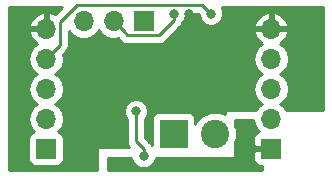
<source format=gbr>
G04 #@! TF.GenerationSoftware,KiCad,Pcbnew,5.0.0*
G04 #@! TF.CreationDate,2018-10-11T21:07:35-04:00*
G04 #@! TF.ProjectId,I2C_Thermocouple,4932435F546865726D6F636F75706C65,rev?*
G04 #@! TF.SameCoordinates,Original*
G04 #@! TF.FileFunction,Copper,L2,Bot,Signal*
G04 #@! TF.FilePolarity,Positive*
%FSLAX46Y46*%
G04 Gerber Fmt 4.6, Leading zero omitted, Abs format (unit mm)*
G04 Created by KiCad (PCBNEW 5.0.0) date Thu Oct 11 21:07:35 2018*
%MOMM*%
%LPD*%
G01*
G04 APERTURE LIST*
G04 #@! TA.AperFunction,ComponentPad*
%ADD10O,1.700000X1.700000*%
G04 #@! TD*
G04 #@! TA.AperFunction,ComponentPad*
%ADD11R,1.700000X1.700000*%
G04 #@! TD*
G04 #@! TA.AperFunction,ComponentPad*
%ADD12R,2.400000X2.400000*%
G04 #@! TD*
G04 #@! TA.AperFunction,ComponentPad*
%ADD13C,2.400000*%
G04 #@! TD*
G04 #@! TA.AperFunction,ViaPad*
%ADD14C,0.800000*%
G04 #@! TD*
G04 #@! TA.AperFunction,Conductor*
%ADD15C,0.250000*%
G04 #@! TD*
G04 #@! TA.AperFunction,Conductor*
%ADD16C,0.254000*%
G04 #@! TD*
G04 APERTURE END LIST*
D10*
G04 #@! TO.P,J3,3*
G04 #@! TO.N,Net-(J3-Pad3)*
X186055000Y-80645000D03*
G04 #@! TO.P,J3,2*
G04 #@! TO.N,Net-(J3-Pad2)*
X188595000Y-80645000D03*
D11*
G04 #@! TO.P,J3,1*
G04 #@! TO.N,/ALERT2*
X191135000Y-80645000D03*
G04 #@! TD*
G04 #@! TO.P,J4,1*
G04 #@! TO.N,VDD*
X201930000Y-91440000D03*
D10*
G04 #@! TO.P,J4,2*
G04 #@! TO.N,SDA*
X201930000Y-88900000D03*
G04 #@! TO.P,J4,3*
G04 #@! TO.N,SCL*
X201930000Y-86360000D03*
G04 #@! TO.P,J4,4*
G04 #@! TO.N,Net-(J4-Pad4)*
X201930000Y-83820000D03*
G04 #@! TO.P,J4,5*
G04 #@! TO.N,Earth*
X201930000Y-81280000D03*
G04 #@! TD*
D11*
G04 #@! TO.P,J1,1*
G04 #@! TO.N,VDD*
X182880000Y-91440000D03*
D10*
G04 #@! TO.P,J1,2*
G04 #@! TO.N,SDA*
X182880000Y-88900000D03*
G04 #@! TO.P,J1,3*
G04 #@! TO.N,SCL*
X182880000Y-86360000D03*
G04 #@! TO.P,J1,4*
G04 #@! TO.N,ALERT1*
X182880000Y-83820000D03*
G04 #@! TO.P,J1,5*
G04 #@! TO.N,Earth*
X182880000Y-81280000D03*
G04 #@! TD*
D12*
G04 #@! TO.P,J2,1*
G04 #@! TO.N,Net-(J2-Pad1)*
X193675000Y-90170000D03*
D13*
G04 #@! TO.P,J2,2*
G04 #@! TO.N,Net-(J2-Pad2)*
X197175000Y-90170000D03*
G04 #@! TD*
D14*
G04 #@! TO.N,Earth*
X194310000Y-83185000D03*
X194310000Y-84455000D03*
X195580000Y-84455000D03*
X195580000Y-83185000D03*
G04 #@! TO.N,Net-(J3-Pad2)*
X193675000Y-80010000D03*
G04 #@! TO.N,VDD*
X189865000Y-92710000D03*
X188595000Y-92710000D03*
X200025000Y-91440000D03*
X200025000Y-90170000D03*
G04 #@! TO.N,Earth*
X197485000Y-86360000D03*
X194945000Y-87630000D03*
G04 #@! TO.N,SCL*
X190500000Y-88265000D03*
G04 #@! TO.N,Earth*
X198120000Y-80645000D03*
X194945000Y-80010000D03*
G04 #@! TO.N,ALERT1*
X196850000Y-80010000D03*
G04 #@! TO.N,SCL*
X191135000Y-92075000D03*
G04 #@! TO.N,Earth*
X193040000Y-86360000D03*
X189230000Y-86995000D03*
G04 #@! TD*
D15*
G04 #@! TO.N,SCL*
X190500000Y-88265000D02*
X190500000Y-90805000D01*
X190500000Y-90805000D02*
X191135000Y-91440000D01*
X191135000Y-91440000D02*
X191135000Y-92075000D01*
G04 #@! TO.N,ALERT1*
X196850000Y-80010000D02*
X196124999Y-79284999D01*
X196124999Y-79284999D02*
X185510001Y-79284999D01*
X183729999Y-82970001D02*
X182880000Y-83820000D01*
X184055001Y-82644999D02*
X183729999Y-82970001D01*
X184055001Y-80739999D02*
X184055001Y-82644999D01*
X185510001Y-79284999D02*
X184055001Y-80739999D01*
G04 #@! TO.N,/ALERT2*
X190500000Y-80010000D02*
X190500000Y-80645000D01*
G04 #@! TO.N,Net-(J3-Pad2)*
X189444999Y-81494999D02*
X188595000Y-80645000D01*
X189770001Y-81820001D02*
X189444999Y-81494999D01*
X192430684Y-81820001D02*
X189770001Y-81820001D01*
X193675000Y-80575685D02*
X192430684Y-81820001D01*
X193675000Y-80010000D02*
X193675000Y-80575685D01*
G04 #@! TD*
D16*
G04 #@! TO.N,VDD*
G36*
X200531161Y-89479418D02*
X200859375Y-89970625D01*
X200881033Y-89985096D01*
X200720302Y-90051673D01*
X200541673Y-90230301D01*
X200445000Y-90463690D01*
X200445000Y-91154250D01*
X200603750Y-91313000D01*
X201168000Y-91313000D01*
X201168000Y-91567000D01*
X200603750Y-91567000D01*
X200445000Y-91725750D01*
X200445000Y-92416310D01*
X200541673Y-92649699D01*
X200720302Y-92828327D01*
X200953691Y-92925000D01*
X201168000Y-92925000D01*
X201168000Y-93218000D01*
X188087000Y-93218000D01*
X188087000Y-92202000D01*
X190100000Y-92202000D01*
X190100000Y-92280874D01*
X190257569Y-92661280D01*
X190548720Y-92952431D01*
X190929126Y-93110000D01*
X191340874Y-93110000D01*
X191721280Y-92952431D01*
X192012431Y-92661280D01*
X192170000Y-92280874D01*
X192170000Y-92202000D01*
X198755000Y-92202000D01*
X198803601Y-92192333D01*
X198844803Y-92164803D01*
X198872333Y-92123601D01*
X198882000Y-92075000D01*
X198882000Y-90844024D01*
X199010000Y-90535004D01*
X199010000Y-89804996D01*
X198882000Y-89495976D01*
X198882000Y-89027000D01*
X200441170Y-89027000D01*
X200531161Y-89479418D01*
X200531161Y-89479418D01*
G37*
X200531161Y-89479418D02*
X200859375Y-89970625D01*
X200881033Y-89985096D01*
X200720302Y-90051673D01*
X200541673Y-90230301D01*
X200445000Y-90463690D01*
X200445000Y-91154250D01*
X200603750Y-91313000D01*
X201168000Y-91313000D01*
X201168000Y-91567000D01*
X200603750Y-91567000D01*
X200445000Y-91725750D01*
X200445000Y-92416310D01*
X200541673Y-92649699D01*
X200720302Y-92828327D01*
X200953691Y-92925000D01*
X201168000Y-92925000D01*
X201168000Y-93218000D01*
X188087000Y-93218000D01*
X188087000Y-92202000D01*
X190100000Y-92202000D01*
X190100000Y-92280874D01*
X190257569Y-92661280D01*
X190548720Y-92952431D01*
X190929126Y-93110000D01*
X191340874Y-93110000D01*
X191721280Y-92952431D01*
X192012431Y-92661280D01*
X192170000Y-92280874D01*
X192170000Y-92202000D01*
X198755000Y-92202000D01*
X198803601Y-92192333D01*
X198844803Y-92164803D01*
X198872333Y-92123601D01*
X198882000Y-92075000D01*
X198882000Y-90844024D01*
X199010000Y-90535004D01*
X199010000Y-89804996D01*
X198882000Y-89495976D01*
X198882000Y-89027000D01*
X200441170Y-89027000D01*
X200531161Y-89479418D01*
G04 #@! TO.N,Earth*
G36*
X183675638Y-80044561D02*
X183236892Y-79838514D01*
X183007000Y-79959181D01*
X183007000Y-81153000D01*
X183027000Y-81153000D01*
X183027000Y-81407000D01*
X183007000Y-81407000D01*
X183007000Y-81427000D01*
X182753000Y-81427000D01*
X182753000Y-81407000D01*
X181559845Y-81407000D01*
X181438524Y-81636890D01*
X181608355Y-82046924D01*
X181998642Y-82475183D01*
X182128478Y-82536157D01*
X181809375Y-82749375D01*
X181481161Y-83240582D01*
X181365908Y-83820000D01*
X181481161Y-84399418D01*
X181809375Y-84890625D01*
X182107761Y-85090000D01*
X181809375Y-85289375D01*
X181481161Y-85780582D01*
X181365908Y-86360000D01*
X181481161Y-86939418D01*
X181809375Y-87430625D01*
X182107761Y-87630000D01*
X181809375Y-87829375D01*
X181481161Y-88320582D01*
X181365908Y-88900000D01*
X181481161Y-89479418D01*
X181809375Y-89970625D01*
X181827619Y-89982816D01*
X181782235Y-89991843D01*
X181572191Y-90132191D01*
X181431843Y-90342235D01*
X181382560Y-90590000D01*
X181382560Y-92290000D01*
X181431843Y-92537765D01*
X181572191Y-92747809D01*
X181782235Y-92888157D01*
X182030000Y-92937440D01*
X183730000Y-92937440D01*
X183977765Y-92888157D01*
X184187809Y-92747809D01*
X184328157Y-92537765D01*
X184377440Y-92290000D01*
X184377440Y-90590000D01*
X184328157Y-90342235D01*
X184187809Y-90132191D01*
X183977765Y-89991843D01*
X183932381Y-89982816D01*
X183950625Y-89970625D01*
X184278839Y-89479418D01*
X184394092Y-88900000D01*
X184278839Y-88320582D01*
X183950625Y-87829375D01*
X183652239Y-87630000D01*
X183950625Y-87430625D01*
X184278839Y-86939418D01*
X184394092Y-86360000D01*
X184278839Y-85780582D01*
X183950625Y-85289375D01*
X183652239Y-85090000D01*
X183950625Y-84890625D01*
X184278839Y-84399418D01*
X184394092Y-83820000D01*
X184321209Y-83453592D01*
X184539471Y-83235330D01*
X184602930Y-83192928D01*
X184770905Y-82941536D01*
X184815001Y-82719851D01*
X184815001Y-82719847D01*
X184829889Y-82645000D01*
X184815001Y-82570153D01*
X184815001Y-81462139D01*
X184984375Y-81715625D01*
X185475582Y-82043839D01*
X185908744Y-82130000D01*
X186201256Y-82130000D01*
X186634418Y-82043839D01*
X187125625Y-81715625D01*
X187325000Y-81417239D01*
X187524375Y-81715625D01*
X188015582Y-82043839D01*
X188448744Y-82130000D01*
X188741256Y-82130000D01*
X188961408Y-82086209D01*
X189179670Y-82304471D01*
X189222072Y-82367930D01*
X189473464Y-82535905D01*
X189695149Y-82580001D01*
X189695153Y-82580001D01*
X189770000Y-82594889D01*
X189844847Y-82580001D01*
X192355837Y-82580001D01*
X192430684Y-82594889D01*
X192505531Y-82580001D01*
X192505536Y-82580001D01*
X192727221Y-82535905D01*
X192978613Y-82367930D01*
X193021015Y-82304471D01*
X194159473Y-81166014D01*
X194222929Y-81123614D01*
X194390904Y-80872222D01*
X194419314Y-80729397D01*
X194552431Y-80596280D01*
X194710000Y-80215874D01*
X194710000Y-80044999D01*
X195810198Y-80044999D01*
X195815000Y-80049801D01*
X195815000Y-80215874D01*
X195972569Y-80596280D01*
X196263720Y-80887431D01*
X196644126Y-81045000D01*
X197055874Y-81045000D01*
X197350143Y-80923110D01*
X200488524Y-80923110D01*
X200609845Y-81153000D01*
X201803000Y-81153000D01*
X201803000Y-79959181D01*
X202057000Y-79959181D01*
X202057000Y-81153000D01*
X203250155Y-81153000D01*
X203371476Y-80923110D01*
X203201645Y-80513076D01*
X202811358Y-80084817D01*
X202286892Y-79838514D01*
X202057000Y-79959181D01*
X201803000Y-79959181D01*
X201573108Y-79838514D01*
X201048642Y-80084817D01*
X200658355Y-80513076D01*
X200488524Y-80923110D01*
X197350143Y-80923110D01*
X197436280Y-80887431D01*
X197727431Y-80596280D01*
X197885000Y-80215874D01*
X197885000Y-79804126D01*
X197738317Y-79450000D01*
X206300000Y-79450000D01*
X206300001Y-88138000D01*
X203206842Y-88138000D01*
X203000625Y-87829375D01*
X202702239Y-87630000D01*
X203000625Y-87430625D01*
X203328839Y-86939418D01*
X203444092Y-86360000D01*
X203328839Y-85780582D01*
X203000625Y-85289375D01*
X202702239Y-85090000D01*
X203000625Y-84890625D01*
X203328839Y-84399418D01*
X203444092Y-83820000D01*
X203328839Y-83240582D01*
X203000625Y-82749375D01*
X202681522Y-82536157D01*
X202811358Y-82475183D01*
X203201645Y-82046924D01*
X203371476Y-81636890D01*
X203250155Y-81407000D01*
X202057000Y-81407000D01*
X202057000Y-81427000D01*
X201803000Y-81427000D01*
X201803000Y-81407000D01*
X200609845Y-81407000D01*
X200488524Y-81636890D01*
X200658355Y-82046924D01*
X201048642Y-82475183D01*
X201178478Y-82536157D01*
X200859375Y-82749375D01*
X200531161Y-83240582D01*
X200415908Y-83820000D01*
X200531161Y-84399418D01*
X200859375Y-84890625D01*
X201157761Y-85090000D01*
X200859375Y-85289375D01*
X200531161Y-85780582D01*
X200415908Y-86360000D01*
X200531161Y-86939418D01*
X200859375Y-87430625D01*
X201157761Y-87630000D01*
X200859375Y-87829375D01*
X200653158Y-88138000D01*
X198120000Y-88138000D01*
X198071399Y-88147667D01*
X198030197Y-88175197D01*
X198002667Y-88216399D01*
X197993000Y-88265000D01*
X197993000Y-88522637D01*
X197540004Y-88335000D01*
X196809996Y-88335000D01*
X196135556Y-88614362D01*
X195619362Y-89130556D01*
X195522440Y-89364547D01*
X195522440Y-88970000D01*
X195473157Y-88722235D01*
X195332809Y-88512191D01*
X195122765Y-88371843D01*
X194875000Y-88322560D01*
X192475000Y-88322560D01*
X192227235Y-88371843D01*
X192017191Y-88512191D01*
X191876843Y-88722235D01*
X191827560Y-88970000D01*
X191827560Y-91108526D01*
X191682929Y-90892071D01*
X191619473Y-90849671D01*
X191260000Y-90490199D01*
X191260000Y-88968711D01*
X191377431Y-88851280D01*
X191535000Y-88470874D01*
X191535000Y-88059126D01*
X191377431Y-87678720D01*
X191086280Y-87387569D01*
X190705874Y-87230000D01*
X190294126Y-87230000D01*
X189913720Y-87387569D01*
X189622569Y-87678720D01*
X189465000Y-88059126D01*
X189465000Y-88470874D01*
X189622569Y-88851280D01*
X189740000Y-88968711D01*
X189740001Y-90730148D01*
X189725112Y-90805000D01*
X189740001Y-90879852D01*
X189773335Y-91047431D01*
X189784097Y-91101537D01*
X189848264Y-91197569D01*
X189925392Y-91313000D01*
X187325000Y-91313000D01*
X187276399Y-91322667D01*
X187235197Y-91350197D01*
X187207667Y-91391399D01*
X187198000Y-91440000D01*
X187198000Y-93270000D01*
X179780000Y-93270000D01*
X179780000Y-80923110D01*
X181438524Y-80923110D01*
X181559845Y-81153000D01*
X182753000Y-81153000D01*
X182753000Y-79959181D01*
X182523108Y-79838514D01*
X181998642Y-80084817D01*
X181608355Y-80513076D01*
X181438524Y-80923110D01*
X179780000Y-80923110D01*
X179780000Y-79450000D01*
X184270198Y-79450000D01*
X183675638Y-80044561D01*
X183675638Y-80044561D01*
G37*
X183675638Y-80044561D02*
X183236892Y-79838514D01*
X183007000Y-79959181D01*
X183007000Y-81153000D01*
X183027000Y-81153000D01*
X183027000Y-81407000D01*
X183007000Y-81407000D01*
X183007000Y-81427000D01*
X182753000Y-81427000D01*
X182753000Y-81407000D01*
X181559845Y-81407000D01*
X181438524Y-81636890D01*
X181608355Y-82046924D01*
X181998642Y-82475183D01*
X182128478Y-82536157D01*
X181809375Y-82749375D01*
X181481161Y-83240582D01*
X181365908Y-83820000D01*
X181481161Y-84399418D01*
X181809375Y-84890625D01*
X182107761Y-85090000D01*
X181809375Y-85289375D01*
X181481161Y-85780582D01*
X181365908Y-86360000D01*
X181481161Y-86939418D01*
X181809375Y-87430625D01*
X182107761Y-87630000D01*
X181809375Y-87829375D01*
X181481161Y-88320582D01*
X181365908Y-88900000D01*
X181481161Y-89479418D01*
X181809375Y-89970625D01*
X181827619Y-89982816D01*
X181782235Y-89991843D01*
X181572191Y-90132191D01*
X181431843Y-90342235D01*
X181382560Y-90590000D01*
X181382560Y-92290000D01*
X181431843Y-92537765D01*
X181572191Y-92747809D01*
X181782235Y-92888157D01*
X182030000Y-92937440D01*
X183730000Y-92937440D01*
X183977765Y-92888157D01*
X184187809Y-92747809D01*
X184328157Y-92537765D01*
X184377440Y-92290000D01*
X184377440Y-90590000D01*
X184328157Y-90342235D01*
X184187809Y-90132191D01*
X183977765Y-89991843D01*
X183932381Y-89982816D01*
X183950625Y-89970625D01*
X184278839Y-89479418D01*
X184394092Y-88900000D01*
X184278839Y-88320582D01*
X183950625Y-87829375D01*
X183652239Y-87630000D01*
X183950625Y-87430625D01*
X184278839Y-86939418D01*
X184394092Y-86360000D01*
X184278839Y-85780582D01*
X183950625Y-85289375D01*
X183652239Y-85090000D01*
X183950625Y-84890625D01*
X184278839Y-84399418D01*
X184394092Y-83820000D01*
X184321209Y-83453592D01*
X184539471Y-83235330D01*
X184602930Y-83192928D01*
X184770905Y-82941536D01*
X184815001Y-82719851D01*
X184815001Y-82719847D01*
X184829889Y-82645000D01*
X184815001Y-82570153D01*
X184815001Y-81462139D01*
X184984375Y-81715625D01*
X185475582Y-82043839D01*
X185908744Y-82130000D01*
X186201256Y-82130000D01*
X186634418Y-82043839D01*
X187125625Y-81715625D01*
X187325000Y-81417239D01*
X187524375Y-81715625D01*
X188015582Y-82043839D01*
X188448744Y-82130000D01*
X188741256Y-82130000D01*
X188961408Y-82086209D01*
X189179670Y-82304471D01*
X189222072Y-82367930D01*
X189473464Y-82535905D01*
X189695149Y-82580001D01*
X189695153Y-82580001D01*
X189770000Y-82594889D01*
X189844847Y-82580001D01*
X192355837Y-82580001D01*
X192430684Y-82594889D01*
X192505531Y-82580001D01*
X192505536Y-82580001D01*
X192727221Y-82535905D01*
X192978613Y-82367930D01*
X193021015Y-82304471D01*
X194159473Y-81166014D01*
X194222929Y-81123614D01*
X194390904Y-80872222D01*
X194419314Y-80729397D01*
X194552431Y-80596280D01*
X194710000Y-80215874D01*
X194710000Y-80044999D01*
X195810198Y-80044999D01*
X195815000Y-80049801D01*
X195815000Y-80215874D01*
X195972569Y-80596280D01*
X196263720Y-80887431D01*
X196644126Y-81045000D01*
X197055874Y-81045000D01*
X197350143Y-80923110D01*
X200488524Y-80923110D01*
X200609845Y-81153000D01*
X201803000Y-81153000D01*
X201803000Y-79959181D01*
X202057000Y-79959181D01*
X202057000Y-81153000D01*
X203250155Y-81153000D01*
X203371476Y-80923110D01*
X203201645Y-80513076D01*
X202811358Y-80084817D01*
X202286892Y-79838514D01*
X202057000Y-79959181D01*
X201803000Y-79959181D01*
X201573108Y-79838514D01*
X201048642Y-80084817D01*
X200658355Y-80513076D01*
X200488524Y-80923110D01*
X197350143Y-80923110D01*
X197436280Y-80887431D01*
X197727431Y-80596280D01*
X197885000Y-80215874D01*
X197885000Y-79804126D01*
X197738317Y-79450000D01*
X206300000Y-79450000D01*
X206300001Y-88138000D01*
X203206842Y-88138000D01*
X203000625Y-87829375D01*
X202702239Y-87630000D01*
X203000625Y-87430625D01*
X203328839Y-86939418D01*
X203444092Y-86360000D01*
X203328839Y-85780582D01*
X203000625Y-85289375D01*
X202702239Y-85090000D01*
X203000625Y-84890625D01*
X203328839Y-84399418D01*
X203444092Y-83820000D01*
X203328839Y-83240582D01*
X203000625Y-82749375D01*
X202681522Y-82536157D01*
X202811358Y-82475183D01*
X203201645Y-82046924D01*
X203371476Y-81636890D01*
X203250155Y-81407000D01*
X202057000Y-81407000D01*
X202057000Y-81427000D01*
X201803000Y-81427000D01*
X201803000Y-81407000D01*
X200609845Y-81407000D01*
X200488524Y-81636890D01*
X200658355Y-82046924D01*
X201048642Y-82475183D01*
X201178478Y-82536157D01*
X200859375Y-82749375D01*
X200531161Y-83240582D01*
X200415908Y-83820000D01*
X200531161Y-84399418D01*
X200859375Y-84890625D01*
X201157761Y-85090000D01*
X200859375Y-85289375D01*
X200531161Y-85780582D01*
X200415908Y-86360000D01*
X200531161Y-86939418D01*
X200859375Y-87430625D01*
X201157761Y-87630000D01*
X200859375Y-87829375D01*
X200653158Y-88138000D01*
X198120000Y-88138000D01*
X198071399Y-88147667D01*
X198030197Y-88175197D01*
X198002667Y-88216399D01*
X197993000Y-88265000D01*
X197993000Y-88522637D01*
X197540004Y-88335000D01*
X196809996Y-88335000D01*
X196135556Y-88614362D01*
X195619362Y-89130556D01*
X195522440Y-89364547D01*
X195522440Y-88970000D01*
X195473157Y-88722235D01*
X195332809Y-88512191D01*
X195122765Y-88371843D01*
X194875000Y-88322560D01*
X192475000Y-88322560D01*
X192227235Y-88371843D01*
X192017191Y-88512191D01*
X191876843Y-88722235D01*
X191827560Y-88970000D01*
X191827560Y-91108526D01*
X191682929Y-90892071D01*
X191619473Y-90849671D01*
X191260000Y-90490199D01*
X191260000Y-88968711D01*
X191377431Y-88851280D01*
X191535000Y-88470874D01*
X191535000Y-88059126D01*
X191377431Y-87678720D01*
X191086280Y-87387569D01*
X190705874Y-87230000D01*
X190294126Y-87230000D01*
X189913720Y-87387569D01*
X189622569Y-87678720D01*
X189465000Y-88059126D01*
X189465000Y-88470874D01*
X189622569Y-88851280D01*
X189740000Y-88968711D01*
X189740001Y-90730148D01*
X189725112Y-90805000D01*
X189740001Y-90879852D01*
X189773335Y-91047431D01*
X189784097Y-91101537D01*
X189848264Y-91197569D01*
X189925392Y-91313000D01*
X187325000Y-91313000D01*
X187276399Y-91322667D01*
X187235197Y-91350197D01*
X187207667Y-91391399D01*
X187198000Y-91440000D01*
X187198000Y-93270000D01*
X179780000Y-93270000D01*
X179780000Y-80923110D01*
X181438524Y-80923110D01*
X181559845Y-81153000D01*
X182753000Y-81153000D01*
X182753000Y-79959181D01*
X182523108Y-79838514D01*
X181998642Y-80084817D01*
X181608355Y-80513076D01*
X181438524Y-80923110D01*
X179780000Y-80923110D01*
X179780000Y-79450000D01*
X184270198Y-79450000D01*
X183675638Y-80044561D01*
G04 #@! TD*
M02*

</source>
